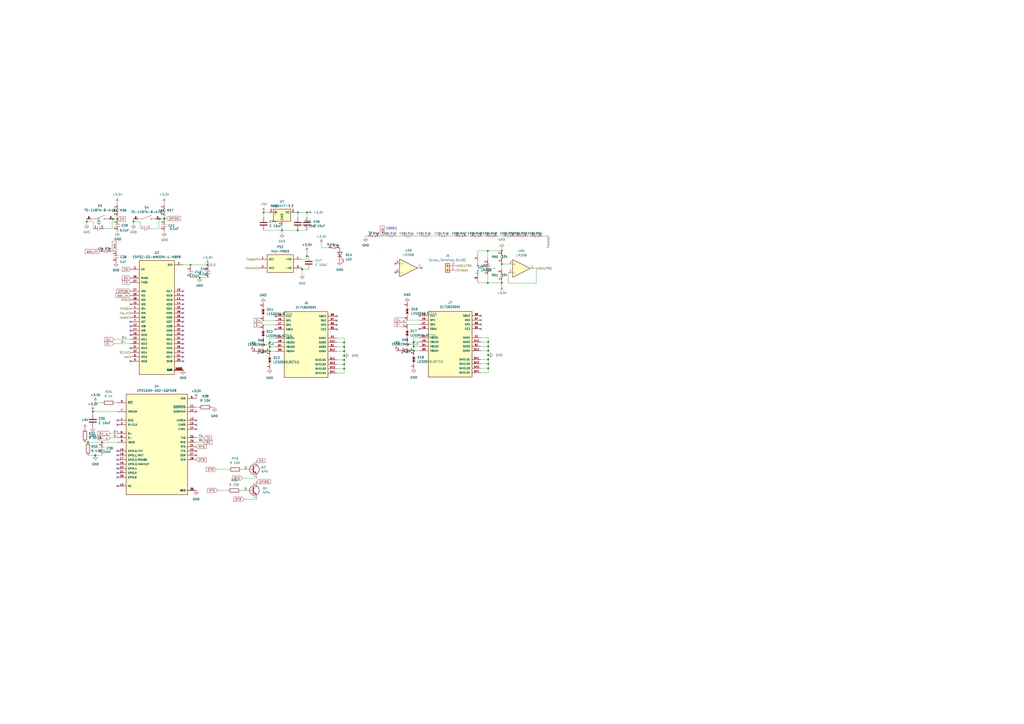
<source format=kicad_sch>
(kicad_sch (version 20230121) (generator eeschema)
  (paper "A2")
  (lib_symbols
    (symbol "1N5819HW-7-F:1N5819HW-7-F" (pin_names (offset 1.016))
      (property "Reference" "D" (at -5.08 2.54 0))
      (property "Value" "1N5819HW-7-F" (at -5.08 -3.81 0))
      (symbol "1N5819HW-7-F_0_0"
        (pin passive line (at -5.08 0 0) (length 2.54) (name "~") (number "A"))
        (pin passive line (at 5.08 0 180) (length 2.54) (name "~") (number "C"))
      )
    )
    (symbol "2171820001:2171820001" (pin_names (offset 1.016))
      (property "Reference" "J" (at -12.7 18.542 0))
      (property "Value" "2171820001" (at -12.7 -21.082 0))
      (symbol "2171820001_0_0"
        (pin power_in line (at 17.78 2.54 180) (length 5.08) (name "GND1") (number "A1"))
        (pin power_in line (at 17.78 0 180) (length 5.08) (name "GND2") (number "A12"))
        (pin power_in line (at -17.78 2.54 0) (length 5.08) (name "VBUS1") (number "A4"))
        (pin bidirectional line (at -17.78 15.24 0) (length 5.08) (name "CC1") (number "A5"))
        (pin bidirectional line (at -17.78 12.7 0) (length 5.08) (name "DP1") (number "A6"))
        (pin bidirectional line (at -17.78 10.16 0) (length 5.08) (name "DN1") (number "A7"))
        (pin bidirectional line (at -17.78 7.62 0) (length 5.08) (name "SBU1") (number "A8"))
        (pin power_in line (at -17.78 0 0) (length 5.08) (name "VBUS2") (number "A9"))
        (pin power_in line (at 17.78 -2.54 180) (length 5.08) (name "GND3") (number "B1"))
        (pin power_in line (at 17.78 -5.08 180) (length 5.08) (name "GND4") (number "B12"))
        (pin power_in line (at -17.78 -2.54 0) (length 5.08) (name "VBUS3") (number "B4"))
        (pin bidirectional line (at 17.78 7.62 180) (length 5.08) (name "CC2") (number "B5"))
        (pin bidirectional line (at 17.78 10.16 180) (length 5.08) (name "DP2") (number "B6"))
        (pin bidirectional line (at 17.78 12.7 180) (length 5.08) (name "DN2") (number "B7"))
        (pin bidirectional line (at 17.78 15.24 180) (length 5.08) (name "SBU2") (number "B8"))
        (pin power_in line (at -17.78 -5.08 0) (length 5.08) (name "VBUS4") (number "B9"))
        (pin passive line (at 17.78 -10.16 180) (length 5.08) (name "SHIELD1") (number "SH1"))
        (pin passive line (at 17.78 -12.7 180) (length 5.08) (name "SHIELD2") (number "SH2"))
        (pin passive line (at 17.78 -15.24 180) (length 5.08) (name "SHIELD3") (number "SH3"))
        (pin passive line (at 17.78 -17.78 180) (length 5.08) (name "SHIELD4") (number "SH4"))
      )
    )
    (symbol "Amplifier_Operational:LM358" (pin_names (offset 0.127))
      (property "Reference" "U" (at 0 5.08 0))
      (property "Value" "LM358" (at 0 -5.08 0))
      (symbol "LM358_1_1"
        (pin output line (at 7.62 0 180) (length 2.54) (name "~") (number "1"))
        (pin input line (at -7.62 -2.54 0) (length 2.54) (name "-") (number "2"))
        (pin input line (at -7.62 2.54 0) (length 2.54) (name "+") (number "3"))
      )
      (symbol "LM358_2_1"
        (pin input line (at -7.62 2.54 0) (length 2.54) (name "+") (number "5"))
        (pin input line (at -7.62 -2.54 0) (length 2.54) (name "-") (number "6"))
        (pin output line (at 7.62 0 180) (length 2.54) (name "~") (number "7"))
      )
      (symbol "LM358_3_1"
        (pin power_in line (at -2.54 -7.62 90) (length 3.81) (name "V-") (number "4"))
        (pin power_in line (at -2.54 7.62 270) (length 3.81) (name "V+") (number "8"))
      )
    )
    (symbol "CP2102N-A02-GQFN28:CP2102N-A02-GQFN28" (pin_names (offset 1.016))
      (property "Reference" "U" (at -17.78 33.02 0))
      (property "Value" "CP2102N-A02-GQFN28" (at -17.78 -33.02 0))
      (symbol "CP2102N-A02-GQFN28_0_0"
        (pin input line (at -22.86 15.24 0) (length 5.08) (name "DCD") (number "1"))
        (pin no_connect line (at -22.86 -22.86 0) (length 5.08) (name "NC") (number "10"))
        (pin output line (at 22.86 22.86 180) (length 5.08) (name "~{SUSPEND}") (number "11"))
        (pin output line (at 22.86 20.32 180) (length 5.08) (name "SUSPEND") (number "12"))
        (pin output line (at 22.86 15.24 180) (length 5.08) (name "CHREN") (number "13"))
        (pin output line (at 22.86 10.16 180) (length 5.08) (name "CHR1") (number "14"))
        (pin output line (at 22.86 12.7 180) (length 5.08) (name "CHR0") (number "15"))
        (pin bidirectional line (at -22.86 -10.16 0) (length 5.08) (name "GPIO.3/WAKEUP") (number "16"))
        (pin bidirectional line (at -22.86 -7.62 0) (length 5.08) (name "GPIO.2/RS485") (number "17"))
        (pin bidirectional line (at -22.86 -5.08 0) (length 5.08) (name "GPIO.1/RXT") (number "18"))
        (pin bidirectional line (at -22.86 -2.54 0) (length 5.08) (name "GPIO.0/TXT") (number "19"))
        (pin bidirectional line (at -22.86 12.7 0) (length 5.08) (name "RI/CLK") (number "2"))
        (pin bidirectional line (at -22.86 -17.78 0) (length 5.08) (name "GPIO.6") (number "20"))
        (pin bidirectional line (at -22.86 -15.24 0) (length 5.08) (name "GPIO.5") (number "21"))
        (pin bidirectional line (at -22.86 -12.7 0) (length 5.08) (name "GPIO.4") (number "22"))
        (pin input line (at 22.86 -2.54 180) (length 5.08) (name "CTS") (number "23"))
        (pin output line (at 22.86 0 180) (length 5.08) (name "RTS") (number "24"))
        (pin input line (at 22.86 2.54 180) (length 5.08) (name "RXD") (number "25"))
        (pin output line (at 22.86 5.08 180) (length 5.08) (name "TXD") (number "26"))
        (pin input line (at 22.86 -5.08 180) (length 5.08) (name "DSR") (number "27"))
        (pin output line (at 22.86 -7.62 180) (length 5.08) (name "DTR") (number "28"))
        (pin power_in line (at 22.86 -25.4 180) (length 5.08) (name "GND") (number "29"))
        (pin power_in line (at 22.86 -25.4 180) (length 5.08) (name "GND") (number "3"))
        (pin bidirectional line (at -22.86 7.62 0) (length 5.08) (name "D+") (number "4"))
        (pin bidirectional line (at -22.86 5.08 0) (length 5.08) (name "D-") (number "5"))
        (pin power_in line (at 22.86 27.94 180) (length 5.08) (name "VDD") (number "6"))
        (pin input line (at -22.86 20.32 0) (length 5.08) (name "VREGIN") (number "7"))
        (pin input line (at -22.86 2.54 0) (length 5.08) (name "VBUS") (number "8"))
        (pin input line (at -22.86 25.4 0) (length 5.08) (name "~{RST}") (number "9"))
      )
    )
    (symbol "Connector:Screw_Terminal_01x02" (pin_names (offset 1.016) hide)
      (property "Reference" "J" (at 0 2.54 0))
      (property "Value" "Screw_Terminal_01x02" (at 0 -5.08 0))
      (symbol "Screw_Terminal_01x02_1_1"
        (pin passive line (at -5.08 0 0) (length 3.81) (name "Pin_1") (number "1"))
        (pin passive line (at -5.08 -2.54 0) (length 3.81) (name "Pin_2") (number "2"))
      )
    )
    (symbol "Device:C" (pin_numbers hide) (pin_names (offset 0.254))
      (property "Reference" "C" (at 0.635 2.54 0))
      (property "Value" "C" (at 0.635 -2.54 0))
      (symbol "C_1_1"
        (pin passive line (at 0 3.81 270) (length 2.794) (name "~") (number "1"))
        (pin passive line (at 0 -3.81 90) (length 2.794) (name "~") (number "2"))
      )
    )
    (symbol "Device:LED" (pin_numbers hide) (pin_names (offset 1.016) hide)
      (property "Reference" "D" (at 0 2.54 0))
      (property "Value" "LED" (at 0 -2.54 0))
      (symbol "LED_1_1"
        (pin passive line (at -3.81 0 0) (length 2.54) (name "K") (number "1"))
        (pin passive line (at 3.81 0 180) (length 2.54) (name "A") (number "2"))
      )
    )
    (symbol "Device:R" (pin_numbers hide) (pin_names (offset 0))
      (property "Reference" "R" (at 2.032 0 90))
      (property "Value" "R" (at 0 0 90))
      (symbol "R_1_1"
        (pin passive line (at 0 3.81 270) (length 1.27) (name "~") (number "1"))
        (pin passive line (at 0 -3.81 90) (length 1.27) (name "~") (number "2"))
      )
    )
    (symbol "ESP32-S3-WROOM-1-N8R8:ESP32-S3-WROOM-1-N8R8" (pin_names (offset 1.016))
      (property "Reference" "U" (at -10.16 34.1122 0))
      (property "Value" "ESP32-S3-WROOM-1-N8R8" (at -10.16 -35.56 0))
      (symbol "ESP32-S3-WROOM-1-N8R8_0_0"
        (pin power_in line (at 15.24 -30.48 180) (length 5.08) (name "GND") (number "1"))
        (pin bidirectional line (at 15.24 15.24 180) (length 5.08) (name "IO17") (number "10"))
        (pin bidirectional line (at 15.24 12.7 180) (length 5.08) (name "IO18") (number "11"))
        (pin bidirectional line (at -15.24 -5.08 0) (length 5.08) (name "IO8") (number "12"))
        (pin bidirectional line (at 15.24 10.16 180) (length 5.08) (name "IO19") (number "13"))
        (pin bidirectional line (at 15.24 7.62 180) (length 5.08) (name "IO20") (number "14"))
        (pin bidirectional line (at -15.24 7.62 0) (length 5.08) (name "IO3") (number "15"))
        (pin bidirectional line (at 15.24 -20.32 180) (length 5.08) (name "IO46") (number "16"))
        (pin bidirectional line (at -15.24 -7.62 0) (length 5.08) (name "IO9") (number "17"))
        (pin bidirectional line (at -15.24 -10.16 0) (length 5.08) (name "IO10") (number "18"))
        (pin bidirectional line (at -15.24 -12.7 0) (length 5.08) (name "IO11") (number "19"))
        (pin power_in line (at 15.24 30.48 180) (length 5.08) (name "3V3") (number "2"))
        (pin bidirectional line (at -15.24 -15.24 0) (length 5.08) (name "IO12") (number "20"))
        (pin bidirectional line (at -15.24 -17.78 0) (length 5.08) (name "IO13") (number "21"))
        (pin bidirectional line (at -15.24 -20.32 0) (length 5.08) (name "IO14") (number "22"))
        (pin bidirectional line (at 15.24 5.08 180) (length 5.08) (name "IO21") (number "23"))
        (pin bidirectional line (at 15.24 -22.86 180) (length 5.08) (name "IO47") (number "24"))
        (pin bidirectional line (at 15.24 -25.4 180) (length 5.08) (name "IO48") (number "25"))
        (pin bidirectional line (at 15.24 -17.78 180) (length 5.08) (name "IO45") (number "26"))
        (pin bidirectional line (at -15.24 15.24 0) (length 5.08) (name "IO0") (number "27"))
        (pin bidirectional line (at 15.24 2.54 180) (length 5.08) (name "IO35") (number "28"))
        (pin bidirectional line (at 15.24 0 180) (length 5.08) (name "IO36") (number "29"))
        (pin input line (at -15.24 27.94 0) (length 5.08) (name "EN") (number "3"))
        (pin bidirectional line (at 15.24 -2.54 180) (length 5.08) (name "IO37") (number "30"))
        (pin bidirectional line (at 15.24 -5.08 180) (length 5.08) (name "IO38") (number "31"))
        (pin bidirectional line (at 15.24 -7.62 180) (length 5.08) (name "IO39") (number "32"))
        (pin bidirectional line (at 15.24 -10.16 180) (length 5.08) (name "IO40") (number "33"))
        (pin bidirectional line (at 15.24 -12.7 180) (length 5.08) (name "IO41") (number "34"))
        (pin bidirectional line (at 15.24 -15.24 180) (length 5.08) (name "IO42") (number "35"))
        (pin bidirectional line (at -15.24 22.86 0) (length 5.08) (name "RXD0") (number "36"))
        (pin bidirectional line (at -15.24 20.32 0) (length 5.08) (name "TXD0") (number "37"))
        (pin bidirectional line (at -15.24 10.16 0) (length 5.08) (name "IO2") (number "38"))
        (pin bidirectional line (at -15.24 12.7 0) (length 5.08) (name "IO1") (number "39"))
        (pin bidirectional line (at -15.24 5.08 0) (length 5.08) (name "IO4") (number "4"))
        (pin power_in line (at 15.24 -30.48 180) (length 5.08) (name "GND") (number "40"))
        (pin power_in line (at 15.24 -30.48 180) (length 5.08) (name "GND") (number "41_1"))
        (pin power_in line (at 15.24 -30.48 180) (length 5.08) (name "GND") (number "41_2"))
        (pin power_in line (at 15.24 -30.48 180) (length 5.08) (name "GND") (number "41_3"))
        (pin power_in line (at 15.24 -30.48 180) (length 5.08) (name "GND") (number "41_4"))
        (pin power_in line (at 15.24 -30.48 180) (length 5.08) (name "GND") (number "41_5"))
        (pin power_in line (at 15.24 -30.48 180) (length 5.08) (name "GND") (number "41_6"))
        (pin power_in line (at 15.24 -30.48 180) (length 5.08) (name "GND") (number "41_7"))
        (pin power_in line (at 15.24 -30.48 180) (length 5.08) (name "GND") (number "41_8"))
        (pin power_in line (at 15.24 -30.48 180) (length 5.08) (name "GND") (number "41_9"))
        (pin bidirectional line (at -15.24 2.54 0) (length 5.08) (name "IO5") (number "5"))
        (pin bidirectional line (at -15.24 0 0) (length 5.08) (name "IO6") (number "6"))
        (pin bidirectional line (at -15.24 -2.54 0) (length 5.08) (name "IO7") (number "7"))
        (pin bidirectional line (at -15.24 -22.86 0) (length 5.08) (name "IO15") (number "8"))
        (pin bidirectional line (at -15.24 -25.4 0) (length 5.08) (name "IO16") (number "9"))
      )
    )
    (symbol "HLK-PM03:HLK-PM03" (pin_names (offset 1.016))
      (property "Reference" "PS" (at -7.62 5.588 0))
      (property "Value" "HLK-PM03" (at -7.62 -7.112 0))
      (symbol "HLK-PM03_0_0"
        (pin input line (at -12.7 2.54 0) (length 5.08) (name "AC1") (number "1"))
        (pin input line (at -12.7 -2.54 0) (length 5.08) (name "AC2") (number "2"))
        (pin output line (at 12.7 -2.54 180) (length 5.08) (name "-VO") (number "3"))
        (pin output line (at 12.7 2.54 180) (length 5.08) (name "+VO") (number "4"))
      )
    )
    (symbol "Interface_Ethernet:Capacitor_Ceramico"
      (property "Reference" "C" (at 0 0 0))
      (symbol "Capacitor_Ceramico_1_1"
        (pin input line (at 2.794 3.302 270) (length 2.54) (name "") (number "1"))
        (pin input line (at 2.794 -3.048 90) (length 2.54) (name "") (number "2"))
      )
    )
    (symbol "LESD5D5.0CT1G:LESD5D5.0CT1G" (pin_names (offset 1.016))
      (property "Reference" "D" (at -5.08 2.54 0))
      (property "Value" "LESD5D5.0CT1G" (at -5.08 -5.08 0))
      (symbol "LESD5D5.0CT1G_0_0"
        (pin passive line (at -5.08 0 0) (length 2.54) (name "~") (number "1"))
        (pin passive line (at 5.08 0 180) (length 2.54) (name "~") (number "2"))
      )
    )
    (symbol "New_Library:Diodos_de_los_supresores/TVS_del_ESD_DE_3.3V"
      (property "Reference" "U" (at -3.81 -1.27 0))
      (symbol "Diodos_de_los_supresores/TVS_del_ESD_DE_3.3V_1_1"
        (pin input line (at 0 2.54 270) (length 2.54) (name "") (number "1"))
        (pin input line (at 0 -6.35 90) (length 2.54) (name "") (number "2"))
      )
    )
    (symbol "New_Library_0:R"
      (property "Reference" "R" (at 0 0 0))
      (symbol "R_1_1"
        (pin input line (at 1.524 3.556 270) (length 2.54) (name "") (number "1"))
        (pin input line (at 1.524 -3.302 90) (length 2.54) (name "") (number "2"))
      )
    )
    (symbol "Regulator_Linear:AMS1117-3.3"
      (property "Reference" "U" (at -3.81 3.175 0))
      (property "Value" "AMS1117-3.3" (at 0 3.175 0))
      (symbol "AMS1117-3.3_1_1"
        (pin power_in line (at 0 -7.62 90) (length 2.54) (name "GND") (number "1"))
        (pin power_out line (at 7.62 0 180) (length 2.54) (name "VO") (number "2"))
        (pin power_in line (at -7.62 0 0) (length 2.54) (name "VI") (number "3"))
      )
    )
    (symbol "Simulation_SPICE:NPN" (pin_numbers hide) (pin_names (offset 0))
      (property "Reference" "Q" (at -2.54 7.62 0))
      (property "Value" "NPN" (at -2.54 5.08 0))
      (symbol "NPN_1_1"
        (pin open_collector line (at 2.54 5.08 270) (length 2.54) (name "C") (number "1"))
        (pin input line (at -5.08 0 0) (length 2.54) (name "B") (number "2"))
        (pin open_emitter line (at 2.54 -5.08 90) (length 2.54) (name "E") (number "3"))
      )
    )
    (symbol "TS-1187A-B-A-B:TS-1187A-B-A-B" (pin_names (offset 1.016))
      (property "Reference" "S" (at -2.54 2.54 0))
      (property "Value" "TS-1187A-B-A-B" (at -2.54 -2.54 0))
      (symbol "TS-1187A-B-A-B_0_0"
        (pin passive line (at -7.62 0 0) (length 2.54) (name "~") (number "A"))
        (pin passive line (at -7.62 0 0) (length 2.54) (name "~") (number "B"))
        (pin passive line (at 7.62 0 180) (length 2.54) (name "~") (number "C"))
        (pin passive line (at 7.62 0 180) (length 2.54) (name "~") (number "D"))
      )
    )
    (symbol "power:+3.3V" (power) (pin_names (offset 0))
      (property "Value" "+3.3V" (at 0 3.556 0))
      (symbol "+3.3V_1_1"
        (pin power_in line (at 0 0 90) (length 0) hide (name "+3.3V") (number "1"))
      )
    )
    (symbol "power:+5V" (power) (pin_names (offset 0))
      (property "Value" "+5V" (at 0 3.556 0))
      (symbol "+5V_1_1"
        (pin power_in line (at 0 0 90) (length 0) hide (name "+5V") (number "1"))
      )
    )
    (symbol "power:GND" (power) (pin_names (offset 0))
      (property "Value" "GND" (at 0 -3.81 0))
      (symbol "GND_1_1"
        (pin power_in line (at 0 0 270) (length 0) hide (name "GND") (number "1"))
      )
    )
  )
  (junction (at 291.084 164.084))
  (junction (at 240.03 203.454))
  (junction (at 92.71 127))
  (junction (at 282.956 145.542))
  (junction (at 175.26 156.21))
  (junction (at 50.292 128.524))
  (junction (at 291.084 153.162))
  (junction (at 172.72 123.19))
  (junction (at 283.21 208.534))
  (junction (at 59.182 256.54))
  (junction (at 120.396 153.67))
  (junction (at 156.464 198.628))
  (junction (at 95.25 126.746))
  (junction (at 172.72 133.604))
  (junction (at 55.372 264.16))
  (junction (at 163.576 133.604))
  (junction (at 283.21 203.454))
  (junction (at 283.21 205.994))
  (junction (at 283.21 211.074))
  (junction (at 51.054 256.54))
  (junction (at 77.47 128.524))
  (junction (at 156.464 203.708))
  (junction (at 152.908 123.19))
  (junction (at 53.848 238.76))
  (junction (at 199.644 198.628))
  (junction (at 283.21 200.914))
  (junction (at 199.644 211.328))
  (junction (at 55.118 264.16))
  (junction (at 282.956 164.084))
  (junction (at 178.054 123.19))
  (junction (at 199.644 201.168))
  (junction (at 156.464 201.168))
  (junction (at 199.644 203.708))
  (junction (at 283.21 213.614))
  (junction (at 283.21 198.374))
  (junction (at 95.25 127))
  (junction (at 110.49 153.67))
  (junction (at 68.072 127))
  (junction (at 199.644 208.788))
  (junction (at 240.03 198.374))
  (junction (at 199.644 213.868))
  (junction (at 115.824 161.036))
  (junction (at 291.084 145.542))
  (junction (at 65.532 127))
  (junction (at 178.054 148.59))
  (junction (at 199.644 206.248))
  (junction (at 240.03 200.914))
  (no_connect (at 106.172 189.23))
  (no_connect (at 106.172 173.99))
  (no_connect (at 75.692 191.77))
  (no_connect (at 68.072 261.62))
  (no_connect (at 106.172 196.85))
  (no_connect (at 106.172 194.31))
  (no_connect (at 195.326 183.388))
  (no_connect (at 113.792 238.76))
  (no_connect (at 195.326 188.468))
  (no_connect (at 75.692 176.53))
  (no_connect (at 229.362 157.988))
  (no_connect (at 159.766 191.008))
  (no_connect (at 113.792 248.92))
  (no_connect (at 75.692 201.93))
  (no_connect (at 243.332 183.134))
  (no_connect (at 75.692 189.23))
  (no_connect (at 195.326 185.928))
  (no_connect (at 278.892 183.134))
  (no_connect (at 106.172 176.53))
  (no_connect (at 106.172 186.69))
  (no_connect (at 106.172 191.77))
  (no_connect (at 113.792 261.62))
  (no_connect (at 106.172 207.01))
  (no_connect (at 278.892 188.214))
  (no_connect (at 106.172 168.91))
  (no_connect (at 244.602 155.448))
  (no_connect (at 106.172 199.39))
  (no_connect (at 106.172 201.93))
  (no_connect (at 68.072 274.32))
  (no_connect (at 68.072 266.7))
  (no_connect (at 229.362 152.908))
  (no_connect (at 68.072 246.38))
  (no_connect (at 68.072 243.84))
  (no_connect (at 106.172 179.07))
  (no_connect (at 159.766 183.388))
  (no_connect (at 75.692 209.55))
  (no_connect (at 106.172 204.47))
  (no_connect (at 68.072 264.16))
  (no_connect (at 278.892 190.754))
  (no_connect (at 113.792 243.84))
  (no_connect (at 113.792 264.16))
  (no_connect (at 278.892 185.674))
  (no_connect (at 68.072 271.78))
  (no_connect (at 243.332 190.754))
  (no_connect (at 68.072 276.86))
  (no_connect (at 106.172 171.45))
  (no_connect (at 113.792 246.38))
  (no_connect (at 68.072 269.24))
  (no_connect (at 75.692 194.31))
  (no_connect (at 75.692 186.69))
  (no_connect (at 106.172 181.61))
  (no_connect (at 195.326 191.008))
  (no_connect (at 106.172 184.15))
  (no_connect (at 106.172 209.55))
  (wire (pts (xy 59.182 264.16) (xy 55.372 264.16)))
  (wire (pts (xy 243.332 195.834) (xy 240.03 195.834)))
  (wire (pts (xy 291.084 145.542) (xy 282.956 145.542)))
  (wire (pts (xy 59.182 256.54) (xy 68.072 256.54)))
  (wire (pts (xy 195.326 216.408) (xy 199.644 216.408)))
  (wire (pts (xy 115.824 161.036) (xy 120.65 161.036)))
  (wire (pts (xy 178.054 148.59) (xy 179.07 148.59)))
  (wire (pts (xy 53.848 238.76) (xy 53.848 240.284)))
  (wire (pts (xy 77.47 128.524) (xy 77.47 130.048)))
  (wire (pts (xy 195.326 208.788) (xy 199.644 208.788)))
  (wire (pts (xy 291.084 164.084) (xy 291.084 163.068)))
  (wire (pts (xy 260.604 136.906) (xy 263.906 136.906)))
  (wire (pts (xy 277.114 147.828) (xy 277.114 145.542)))
  (wire (pts (xy 65.024 132.588) (xy 60.452 132.588)))
  (wire (pts (xy 278.892 213.614) (xy 283.21 213.614)))
  (wire (pts (xy 92.202 132.588) (xy 87.63 132.588)))
  (wire (pts (xy 95.25 134.62) (xy 95.25 133.858)))
  (wire (pts (xy 240.284 136.906) (xy 243.332 136.906)))
  (wire (pts (xy 240.03 198.374) (xy 240.03 200.914)))
  (wire (pts (xy 283.21 203.454) (xy 283.21 205.994)))
  (wire (pts (xy 178.054 123.19) (xy 172.72 123.19)))
  (wire (pts (xy 277.114 163.068) (xy 277.114 164.084)))
  (wire (pts (xy 277.114 145.542) (xy 282.956 145.542)))
  (wire (pts (xy 220.218 136.906) (xy 223.266 136.906)))
  (wire (pts (xy 199.644 206.248) (xy 199.644 208.788)))
  (wire (pts (xy 68.072 134.62) (xy 68.072 133.858)))
  (wire (pts (xy 156.464 196.088) (xy 156.464 198.628)))
  (wire (pts (xy 81.28 132.588) (xy 81.28 128.524)))
  (wire (pts (xy 195.326 203.708) (xy 199.644 203.708)))
  (wire (pts (xy 81.28 128.524) (xy 77.47 128.524)))
  (wire (pts (xy 240.03 203.454) (xy 243.332 203.454)))
  (wire (pts (xy 68.072 125.476) (xy 68.072 127)))
  (wire (pts (xy 50.292 128.524) (xy 50.292 130.048)))
  (wire (pts (xy 278.892 203.454) (xy 283.21 203.454)))
  (wire (pts (xy 59.182 233.68) (xy 55.372 233.68)))
  (wire (pts (xy 163.576 133.604) (xy 172.72 133.604)))
  (wire (pts (xy 288.544 136.906) (xy 291.846 136.906)))
  (wire (pts (xy 55.372 264.414) (xy 55.372 264.16)))
  (wire (pts (xy 141.478 289.56) (xy 148.844 289.56)))
  (wire (pts (xy 55.118 264.16) (xy 55.372 264.16)))
  (wire (pts (xy 172.72 123.19) (xy 172.72 125.984)))
  (wire (pts (xy 195.326 213.868) (xy 199.644 213.868)))
  (wire (pts (xy 92.202 127) (xy 92.202 132.588)))
  (wire (pts (xy 155.956 123.19) (xy 152.908 123.19)))
  (wire (pts (xy 152.908 133.604) (xy 163.576 133.604)))
  (wire (pts (xy 298.704 136.906) (xy 299.212 136.906)))
  (wire (pts (xy 95.25 126.746) (xy 95.25 127)))
  (wire (pts (xy 59.182 256.54) (xy 51.054 256.54)))
  (wire (pts (xy 54.102 132.588) (xy 54.102 128.524)))
  (wire (pts (xy 311.15 155.702) (xy 311.15 164.338)))
  (wire (pts (xy 283.21 205.994) (xy 283.21 208.534)))
  (wire (pts (xy 110.49 153.67) (xy 110.49 154.686)))
  (wire (pts (xy 278.892 216.154) (xy 283.21 216.154)))
  (wire (pts (xy 278.892 195.834) (xy 283.21 195.834)))
  (wire (pts (xy 240.03 200.914) (xy 243.332 200.914)))
  (wire (pts (xy 306.07 136.906) (xy 307.848 136.906)))
  (wire (pts (xy 230.124 136.906) (xy 233.426 136.906)))
  (wire (pts (xy 68.072 127) (xy 68.072 127.508)))
  (wire (pts (xy 291.084 153.162) (xy 294.894 153.162)))
  (wire (pts (xy 68.072 117.856) (xy 68.072 118.618)))
  (wire (pts (xy 152.654 188.468) (xy 159.766 188.468)))
  (wire (pts (xy 294.894 164.338) (xy 311.15 164.338)))
  (wire (pts (xy 59.182 256.54) (xy 59.182 256.794)))
  (wire (pts (xy 279.908 136.906) (xy 281.686 136.906)))
  (wire (pts (xy 68.072 233.68) (xy 66.802 233.68)))
  (wire (pts (xy 195.326 211.328) (xy 199.644 211.328)))
  (wire (pts (xy 277.114 164.084) (xy 282.956 164.084)))
  (wire (pts (xy 126.238 284.48) (xy 132.08 284.48)))
  (wire (pts (xy 113.792 236.22) (xy 115.316 236.22)))
  (wire (pts (xy 77.47 127) (xy 77.47 128.524)))
  (wire (pts (xy 294.894 158.242) (xy 294.894 164.338)))
  (wire (pts (xy 283.21 200.914) (xy 283.21 203.454)))
  (wire (pts (xy 178.054 150.368) (xy 175.26 150.368)))
  (wire (pts (xy 212.09 137.668) (xy 212.09 136.906)))
  (wire (pts (xy 199.644 196.088) (xy 199.644 198.628)))
  (wire (pts (xy 283.21 198.374) (xy 283.21 200.914)))
  (wire (pts (xy 283.21 211.074) (xy 283.21 213.614)))
  (wire (pts (xy 278.892 208.534) (xy 283.21 208.534)))
  (wire (pts (xy 236.22 188.214) (xy 243.332 188.214)))
  (wire (pts (xy 178.054 146.304) (xy 178.054 148.59)))
  (wire (pts (xy 65.024 127) (xy 65.532 127)))
  (wire (pts (xy 50.292 127) (xy 50.292 128.524)))
  (wire (pts (xy 199.644 213.868) (xy 199.644 216.408)))
  (wire (pts (xy 195.326 196.088) (xy 199.644 196.088)))
  (wire (pts (xy 199.644 198.628) (xy 199.644 201.168)))
  (wire (pts (xy 283.21 208.534) (xy 283.21 211.074)))
  (wire (pts (xy 49.276 256.54) (xy 51.054 256.54)))
  (wire (pts (xy 178.054 148.59) (xy 178.054 150.368)))
  (wire (pts (xy 66.04 196.85) (xy 75.692 196.85)))
  (wire (pts (xy 171.196 123.19) (xy 172.72 123.19)))
  (wire (pts (xy 64.008 254) (xy 68.072 254)))
  (wire (pts (xy 140.208 272.288) (xy 141.224 272.288)))
  (wire (pts (xy 186.436 141.478) (xy 186.436 143.764)))
  (wire (pts (xy 175.26 156.21) (xy 175.26 155.448)))
  (wire (pts (xy 152.908 123.19) (xy 152.908 125.984)))
  (wire (pts (xy 199.644 208.788) (xy 199.644 211.328)))
  (wire (pts (xy 92.71 127) (xy 95.25 127)))
  (wire (pts (xy 95.25 117.856) (xy 95.25 118.618)))
  (wire (pts (xy 250.19 136.906) (xy 253.746 136.906)))
  (wire (pts (xy 110.49 153.67) (xy 120.396 153.67)))
  (wire (pts (xy 118.11 256.54) (xy 113.792 256.54)))
  (wire (pts (xy 55.118 264.16) (xy 55.118 264.414)))
  (wire (pts (xy 65.532 127) (xy 68.072 127)))
  (wire (pts (xy 110.49 161.036) (xy 115.824 161.036)))
  (wire (pts (xy 172.72 133.604) (xy 178.054 133.604)))
  (wire (pts (xy 311.15 155.702) (xy 310.134 155.702)))
  (wire (pts (xy 66.04 199.39) (xy 75.692 199.39)))
  (wire (pts (xy 120.65 154.686) (xy 120.65 153.67)))
  (wire (pts (xy 199.644 211.328) (xy 199.644 213.868)))
  (wire (pts (xy 152.654 185.928) (xy 159.766 185.928)))
  (wire (pts (xy 195.326 201.168) (xy 199.644 201.168)))
  (wire (pts (xy 55.118 264.414) (xy 55.372 264.414)))
  (wire (pts (xy 51.054 264.16) (xy 55.118 264.16)))
  (wire (pts (xy 95.25 127) (xy 95.25 127.508)))
  (wire (pts (xy 291.084 165.608) (xy 291.084 164.084)))
  (wire (pts (xy 163.576 133.604) (xy 163.576 135.382)))
  (wire (pts (xy 96.52 126.746) (xy 95.25 126.746)))
  (wire (pts (xy 156.464 198.628) (xy 159.766 198.628)))
  (wire (pts (xy 156.464 201.168) (xy 159.766 201.168)))
  (wire (pts (xy 291.084 144.018) (xy 291.084 145.542)))
  (wire (pts (xy 125.476 272.288) (xy 132.588 272.288)))
  (wire (pts (xy 140.716 277.368) (xy 148.844 277.368)))
  (wire (pts (xy 92.202 127) (xy 92.71 127)))
  (wire (pts (xy 118.11 254) (xy 113.792 254)))
  (wire (pts (xy 186.436 143.764) (xy 190.246 143.764)))
  (wire (pts (xy 199.644 201.168) (xy 199.644 203.708)))
  (wire (pts (xy 163.576 130.81) (xy 163.576 133.604)))
  (wire (pts (xy 291.084 153.162) (xy 291.084 152.4)))
  (wire (pts (xy 199.644 203.708) (xy 199.644 206.248)))
  (wire (pts (xy 240.03 195.834) (xy 240.03 198.374)))
  (wire (pts (xy 64.77 145.796) (xy 67.31 145.796)))
  (wire (pts (xy 106.172 153.67) (xy 110.49 153.67)))
  (wire (pts (xy 122.936 236.22) (xy 124.46 236.22)))
  (wire (pts (xy 64.008 251.46) (xy 68.072 251.46)))
  (wire (pts (xy 156.464 198.628) (xy 156.464 201.168)))
  (wire (pts (xy 283.21 195.834) (xy 283.21 198.374)))
  (wire (pts (xy 59.182 263.144) (xy 59.182 264.16)))
  (wire (pts (xy 55.372 233.68) (xy 55.372 233.426)))
  (wire (pts (xy 236.22 185.674) (xy 243.332 185.674)))
  (wire (pts (xy 54.102 128.524) (xy 50.292 128.524)))
  (wire (pts (xy 240.03 200.914) (xy 240.03 203.454)))
  (wire (pts (xy 120.396 153.67) (xy 120.65 153.67)))
  (wire (pts (xy 283.21 213.614) (xy 283.21 216.154)))
  (wire (pts (xy 65.024 127) (xy 65.024 132.588)))
  (wire (pts (xy 68.072 238.76) (xy 53.848 238.76)))
  (wire (pts (xy 278.892 198.374) (xy 283.21 198.374)))
  (wire (pts (xy 282.956 159.512) (xy 282.956 164.084)))
  (wire (pts (xy 314.706 136.906) (xy 318.008 136.906)))
  (wire (pts (xy 282.956 145.542) (xy 282.956 150.622)))
  (wire (pts (xy 139.7 284.48) (xy 141.224 284.48)))
  (wire (pts (xy 178.054 125.984) (xy 178.054 123.19)))
  (wire (pts (xy 278.892 211.074) (xy 283.21 211.074)))
  (wire (pts (xy 270.764 136.906) (xy 273.05 136.906)))
  (wire (pts (xy 159.766 196.088) (xy 156.464 196.088)))
  (wire (pts (xy 282.956 164.084) (xy 291.084 164.084)))
  (wire (pts (xy 195.326 198.628) (xy 199.644 198.628)))
  (wire (pts (xy 291.084 156.21) (xy 291.084 153.162)))
  (wire (pts (xy 156.464 201.168) (xy 156.464 203.708)))
  (wire (pts (xy 240.03 198.374) (xy 243.332 198.374)))
  (wire (pts (xy 95.25 125.476) (xy 95.25 126.746)))
  (wire (pts (xy 175.26 156.21) (xy 179.07 156.21)))
  (wire (pts (xy 212.09 136.906) (xy 213.36 136.906)))
  (wire (pts (xy 175.26 159.258) (xy 175.26 156.21)))
  (wire (pts (xy 156.464 203.708) (xy 159.766 203.708)))
  (wire (pts (xy 278.892 200.914) (xy 283.21 200.914)))
  (text "1000:1\n" (at 223.774 133.35 0) (effects (font (size 1.27 1.27)) (justify left bottom)))
  (label "D+ u" (at 65.786 251.46 0))
  (label "D- u" (at 65.786 254 0))
  (label "D+" (at 70.612 196.85 0))
  (label "D-" (at 70.104 199.39 0))
  (label "RX" (at 115.316 256.54 0))
  (label "TX" (at 115.316 254 0))
  (global_label "DTR" (shape input) (at 125.476 272.288 180) (property "Intersheetrefs" "${INTERSHEET_REFS}" (effects hide)))
  (global_label "D-" (shape input) (at 66.04 199.39 180) (property "Intersheetrefs" "${INTERSHEET_REFS}" (effects hide)))
  (global_label "RX" (shape input) (at 118.11 256.54 0) (property "Intersheetrefs" "${INTERSHEET_REFS}" (effects hide)))
  (global_label "GPIO0" (shape input) (at 75.692 168.91 180) (property "Intersheetrefs" "${INTERSHEET_REFS}" (effects hide)))
  (global_label "D+" (shape input) (at 66.04 196.85 180) (property "Intersheetrefs" "${INTERSHEET_REFS}" (effects hide)))
  (global_label "GPIO0" (shape input) (at 96.52 126.746 0) (property "Intersheetrefs" "${INTERSHEET_REFS}" (effects hide)))
  (global_label "GPIO0" (shape input) (at 148.844 279.4 0) (property "Intersheetrefs" "${INTERSHEET_REFS}" (effects hide)))
  (global_label "D-" (shape input) (at 152.654 188.468 180) (property "Intersheetrefs" "${INTERSHEET_REFS}" (effects hide)))
  (global_label "adc" (shape input) (at 221.742 136.906 90) (property "Intersheetrefs" "${INTERSHEET_REFS}" (effects hide)))
  (global_label "D- u" (shape input) (at 236.22 188.214 180) (property "Intersheetrefs" "${INTERSHEET_REFS}" (effects hide)))
  (global_label "TX" (shape input) (at 118.11 254 0) (property "Intersheetrefs" "${INTERSHEET_REFS}" (effects hide)))
  (global_label "TX" (shape input) (at 75.692 163.83 180) (property "Intersheetrefs" "${INTERSHEET_REFS}" (effects hide)))
  (global_label "adc_in" (shape input) (at 57.912 145.796 180) (property "Intersheetrefs" "${INTERSHEET_REFS}" (effects hide)))
  (global_label "D+" (shape input) (at 152.654 185.928 180) (property "Intersheetrefs" "${INTERSHEET_REFS}" (effects hide)))
  (global_label "D+ u" (shape input) (at 64.008 251.46 180) (property "Intersheetrefs" "${INTERSHEET_REFS}" (effects hide)))
  (global_label "adc" (shape input) (at 66.294 145.796 90) (property "Intersheetrefs" "${INTERSHEET_REFS}" (effects hide)))
  (global_label "D- u" (shape input) (at 64.008 254 180) (property "Intersheetrefs" "${INTERSHEET_REFS}" (effects hide)))
  (global_label "DTR" (shape input) (at 141.478 289.56 180) (property "Intersheetrefs" "${INTERSHEET_REFS}" (effects hide)))
  (global_label "RX" (shape input) (at 75.692 161.29 180) (property "Intersheetrefs" "${INTERSHEET_REFS}" (effects hide)))
  (global_label "RTS" (shape input) (at 140.716 277.368 180) (property "Intersheetrefs" "${INTERSHEET_REFS}" (effects hide)))
  (global_label "EN" (shape input) (at 68.072 127 0) (property "Intersheetrefs" "${INTERSHEET_REFS}" (effects hide)))
  (global_label "D+ u" (shape input) (at 236.22 185.674 180) (property "Intersheetrefs" "${INTERSHEET_REFS}" (effects hide)))
  (global_label "RTS" (shape input) (at 126.238 284.48 180) (property "Intersheetrefs" "${INTERSHEET_REFS}" (effects hide)))
  (global_label "EN" (shape input) (at 75.692 156.21 180) (property "Intersheetrefs" "${INTERSHEET_REFS}" (effects hide)))
  (global_label "RTS" (shape input) (at 113.792 259.08 0) (property "Intersheetrefs" "${INTERSHEET_REFS}" (effects hide)))
  (global_label "adc_in" (shape input) (at 75.692 171.45 180) (property "Intersheetrefs" "${INTERSHEET_REFS}" (effects hide)))
  (global_label "DTR" (shape input) (at 113.792 266.7 0) (property "Intersheetrefs" "${INTERSHEET_REFS}" (effects hide)))
  (global_label "EN" (shape input) (at 148.844 267.208 0) (property "Intersheetrefs" "${INTERSHEET_REFS}" (effects hide)))
  (hierarchical_label "irq_n" (shape input) (at 75.692 181.61 180))
  (hierarchical_label "SCLK" (shape input) (at 75.692 204.47 180))
  (hierarchical_label "Fases" (shape input) (at 264.668 156.718 0))
  (hierarchical_label "MIS0" (shape input) (at 75.692 179.07 180))
  (hierarchical_label "MISI" (shape input) (at 75.692 173.99 180))
  (hierarchical_label "ss" (shape input) (at 75.692 207.01 180))
  (hierarchical_label "3.3" (shape input) (at 120.396 153.67 0))
  (hierarchical_label "NEUTRO" (shape input) (at 264.668 154.178 0))
  (hierarchical_label "Fases" (shape input) (at 149.86 150.368 180))
  (hierarchical_label "Fases" (shape input) (at 318.008 136.906 270))
  (hierarchical_label "neutro" (shape input) (at 149.86 155.448 180))
  (hierarchical_label "NEUTRO" (shape input) (at 311.15 155.702 0))
  (hierarchical_label "reset" (shape input) (at 75.692 184.15 180))
  (symbol (lib_id "New_Library_0:R") (at 257.048 135.382 270) (unit 1)
    (property "Reference" "R46" (at 258.572 135.382 90))
    (property "Value" "100k" (at 254.254 135.382 90))
    (property "Footprint" "Resistor_SMD:R_0805_2012Metric" (effects hide))
    (property "LCSC" "C149504" (effects hide))
  )
  (symbol (lib_id "New_Library_0:R") (at 292.608 148.844 180) (unit 1)
    (property "Reference" "R50" (at 289.052 148.971 0) (effects (justify left)))
    (property "Value" "10k" (at 292.608 148.844 0))
    (property "Footprint" "Resistor_SMD:R_0805_2012Metric" (effects hide))
    (property "LCSC" "C17414" (effects hide))
  )
  (symbol (lib_id "Interface_Ethernet:Capacitor_Ceramico") (at 107.696 157.988 0) (unit 1)
    (property "Reference" "C42" (at 113.03 157.8737 0) (effects (justify left)))
    (property "Value" "22uF" (at 113.284 160.02 0))
    (property "Footprint" "Capacitor_SMD:C_0805_2012Metric" (effects hide))
    (property "LCSC" "C45783" (effects hide))
  )
  (symbol (lib_id "New_Library_0:R") (at 61.214 144.272 270) (unit 1)
    (property "Reference" "R34" (at 62.738 144.272 90))
    (property "Value" "10k" (at 58.42 144.272 90))
    (property "Footprint" "Resistor_SMD:R_0805_2012Metric" (effects hide))
    (property "LCSC" "C17414" (effects hide))
  )
  (symbol (lib_id "power:+3.3V") (at 120.396 153.67 0) (unit 1)
    (property "Reference" "#PWR068" (effects hide))
    (property "Value" "+3.3V" (at 120.396 149.352 0))
  )
  (symbol (lib_id "power:GND") (at 152.654 175.768 180) (unit 1)
    (property "Reference" "#PWR071" (effects hide))
    (property "Value" "GND" (at 152.654 171.196 0))
  )
  (symbol (lib_id "2171820001:2171820001") (at 261.112 198.374 0) (unit 1)
    (property "Reference" "J7" (at 261.112 175.514 0))
    (property "Value" "2171820001" (at 261.112 178.054 0))
    (property "Footprint" "huella y simbolos:MOLEX_2171820001" (effects hide))
    (property "LCSC" "C3197815" (effects hide))
  )
  (symbol (lib_id "Device:R") (at 136.398 272.288 90) (unit 1)
    (property "Reference" "R40" (at 136.398 265.938 90))
    (property "Value" "R 10K" (at 136.398 268.478 90))
    (property "Footprint" "Resistor_SMD:R_0805_2012Metric" (effects hide))
    (property "LCSC" "C17414" (effects hide))
  )
  (symbol (lib_id "LESD5D5.0CT1G:LESD5D5.0CT1G") (at 240.03 208.534 90) (unit 1)
    (property "Reference" "D18" (at 242.062 207.264 90) (effects (justify right)))
    (property "Value" "LESD5D5.0CT1G" (at 242.062 209.804 90) (effects (justify right)))
    (property "Footprint" "huella y simbolos:TVS_LESD5D5.0CT1G" (effects hide))
    (property "LCSC" "C5246195" (effects hide))
  )
  (symbol (lib_id "power:GND") (at 236.22 198.374 0) (unit 1)
    (property "Reference" "#PWR086" (effects hide))
    (property "Value" "GND" (at 236.22 203.708 0))
  )
  (symbol (lib_id "power:GND") (at 113.792 284.48 0) (unit 1)
    (property "Reference" "#PWR066" (effects hide))
    (property "Value" "GND" (at 113.792 289.56 0))
  )
  (symbol (lib_id "Device:C") (at 53.848 244.094 0) (unit 1)
    (property "Reference" "C35" (at 57.15 242.824 0) (effects (justify left)))
    (property "Value" "C 10uF" (at 57.15 245.364 0) (effects (justify left)))
    (property "Footprint" "Capacitor_SMD:C_0805_2012Metric" (effects hide))
    (property "LCSC" "C15850" (effects hide))
  )
  (symbol (lib_id "power:GND") (at 95.25 134.62 0) (unit 1)
    (property "Reference" "#PWR063" (effects hide))
    (property "Value" "GND" (at 95.504 139.192 0))
  )
  (symbol (lib_id "TS-1187A-B-A-B:TS-1187A-B-A-B") (at 57.912 127 0) (unit 1)
    (property "Reference" "S3" (at 57.912 119.38 0))
    (property "Value" "TS-1187A-B-A-B" (at 57.912 121.92 0))
    (property "Footprint" "huella y simbolos:SW_TS-1187A-B-A-B" (effects hide))
    (property "MF" "XKB Industrial Precision" (effects hide))
    (property "MAXIMUM_PACKAGE_HEIGHT" "1.5mm" (effects hide))
    (property "Package" "Package" (effects hide))
    (property "Price" "None" (effects hide))
    (property "Check_prices" "https://www.snapeda.com/parts/TS-1187A-B-A-B/XKB+Industrial+Precision/view-part/?ref=eda" (effects hide))
    (property "STANDARD" "Manufacturer Recommendations" (effects hide))
    (property "PARTREV" "A0" (effects hide))
    (property "SnapEDA_Link" "https://www.snapeda.com/parts/TS-1187A-B-A-B/XKB+Industrial+Precision/view-part/?ref=snap" (effects hide))
    (property "MP" "TS-1187A-B-A-B" (effects hide))
    (property "Description" "\nTS-1187A-B-A-B XKB Connectivity\n" (effects hide))
    (property "Availability" "Not in stock" (effects hide))
    (property "MANUFACTURER" "XKB Industrial Precision" (effects hide))
    (property "LCSC" "C318884" (effects hide))
  )
  (symbol (lib_id "power:+3.3V") (at 291.084 165.608 180) (unit 1)
    (property "Reference" "#PWR090" (effects hide))
    (property "Value" "+3.3V" (at 291.084 169.926 0))
  )
  (symbol (lib_id "power:GND") (at 156.464 213.868 0) (unit 1)
    (property "Reference" "#PWR074" (effects hide))
    (property "Value" "GND" (at 156.464 219.202 0))
  )
  (symbol (lib_id "HLK-PM03:HLK-PM03") (at 162.56 152.908 0) (unit 1)
    (property "Reference" "PS2" (at 162.56 143.256 0))
    (property "Value" "HLK-PM03" (at 162.56 145.796 0))
    (property "Footprint" "huella y simbolos:CONV_HLK-PM03" (effects hide))
    (property "MF" "Hi-link" (effects hide))
    (property "MAXIMUM_PACKAGE_HEIGHT" "15 mm" (effects hide))
    (property "Package" "Package" (effects hide))
    (property "Price" "None" (effects hide))
    (property "Check_prices" "https://www.snapeda.com/parts/HLK-PM03/Hi-link/view-part/?ref=eda" (effects hide))
    (property "STANDARD" "Manufacturer Recommendation" (effects hide))
    (property "SnapEDA_Link" "https://www.snapeda.com/parts/HLK-PM03/Hi-link/view-part/?ref=snap" (effects hide))
    (property "MP" "HLK-PM03" (effects hide))
    (property "Description" "\n" (effects hide))
    (property "MANUFACTURER" "Hi-link" (effects hide))
    (property "Availability" "Not in stock" (effects hide))
    (property "SNAPEDA_PN" "hlk-pm01" (effects hide))
    (property "LCSC" "C209904" (effects hide))
  )
  (symbol (lib_id "New_Library:Diodos_de_los_supresores/TVS_del_ESD_DE_3.3V") (at 282.956 156.972 180) (unit 1)
    (property "Reference" "U11" (at 280.924 155.067 0) (effects (justify left)))
    (property "Value" "~" (at 286.766 155.702 0))
    (property "Footprint" "huella y simbolos:DIO_PESD5V0R1BSFYL" (effects hide))
    (property "LCSC" "C552506" (effects hide))
  )
  (symbol (lib_id "power:GND") (at 152.654 198.628 0) (unit 1)
    (property "Reference" "#PWR072" (effects hide))
    (property "Value" "GND" (at 152.654 203.962 0))
  )
  (symbol (lib_id "power:GND") (at 236.22 175.514 180) (unit 1)
    (property "Reference" "#PWR085" (effects hide))
    (property "Value" "GND" (at 236.22 170.942 0))
  )
  (symbol (lib_id "power:+5V") (at 146.304 203.708 0) (unit 1)
    (property "Reference" "#PWR070" (effects hide))
    (property "Value" "+5V" (at 146.304 198.882 0))
  )
  (symbol (lib_id "power:GND") (at 77.47 130.048 0) (unit 1)
    (property "Reference" "#PWR061" (effects hide))
    (property "Value" "GND" (at 77.47 134.62 0))
  )
  (symbol (lib_id "power:GND") (at 53.848 247.904 0) (unit 1)
    (property "Reference" "#PWR055" (effects hide))
    (property "Value" "GND" (at 53.848 252.984 0))
  )
  (symbol (lib_id "New_Library_0:R") (at 284.988 135.382 270) (unit 1)
    (property "Reference" "R49" (at 286.512 135.382 90))
    (property "Value" "100k" (at 282.194 135.382 90))
    (property "Footprint" "Resistor_SMD:R_0805_2012Metric" (effects hide))
    (property "LCSC" "C149504" (effects hide))
  )
  (symbol (lib_id "Amplifier_Operational:LM358") (at 274.574 155.448 180) (unit 3)
    (property "Reference" "U9" (at 278.892 154.178 0) (effects (justify right)))
    (property "Value" "LM358" (at 278.892 156.718 0) (effects (justify right)))
    (property "Footprint" "Package_SO:Diodes_PSOP-8" (effects hide))
    (property "Datasheet" "http://www.ti.com/lit/ds/symlink/lm2904-n.pdf" (effects hide))
    (property "LCSC" "C5296727" (effects hide))
  )
  (symbol (lib_id "power:GND") (at 163.576 135.382 0) (unit 1)
    (property "Reference" "#PWR076" (effects hide))
    (property "Value" "GND" (at 163.576 139.954 0))
  )
  (symbol (lib_id "Interface_Ethernet:Capacitor_Ceramico") (at 84.582 135.382 90) (unit 1)
    (property "Reference" "C40" (effects hide))
    (property "Value" "1uF" (effects hide))
    (property "Footprint" "Capacitor_SMD:C_0805_2012Metric" (effects hide))
    (property "LCSC" "C28323" (effects hide))
  )
  (symbol (lib_id "New_Library_0:R") (at 216.662 135.382 270) (unit 1)
    (property "Reference" "R42" (at 218.186 135.382 90))
    (property "Value" "1k" (at 214.884 134.874 90))
    (property "Footprint" "Resistor_SMD:R_0805_2012Metric" (effects hide))
    (property "LCSC" "C17513" (effects hide))
  )
  (symbol (lib_id "Interface_Ethernet:Capacitor_Ceramico") (at 64.516 149.098 0) (unit 1)
    (property "Reference" "C38" (at 69.596 149.098 0) (effects (justify left)))
    (property "Value" "1uF" (at 71.374 151.892 0))
    (property "Footprint" "Capacitor_SMD:C_0805_2012Metric" (effects hide))
    (property "LCSC" "C28323" (effects hide))
  )
  (symbol (lib_id "power:GND") (at 106.172 214.63 0) (unit 1)
    (property "Reference" "#PWR064" (effects hide))
    (property "Value" "GND" (at 106.172 219.202 0))
  )
  (symbol (lib_id "1N5819HW-7-F:1N5819HW-7-F") (at 234.95 203.454 180) (unit 1)
    (property "Reference" "D15" (at 234.95 197.104 0))
    (property "Value" "1N5819HW-7-F" (at 234.95 199.644 0))
    (property "Footprint" "huella y simbolos:SOD3715X145N" (effects hide))
    (property "LCSC" "C82544" (effects hide))
  )
  (symbol (lib_id "Device:C") (at 152.908 129.794 0) (unit 1)
    (property "Reference" "C44" (at 156.21 128.524 0) (effects (justify left)))
    (property "Value" "C 10uF" (at 156.21 131.064 0) (effects (justify left)))
    (property "Footprint" "Capacitor_SMD:C_0805_2012Metric" (effects hide))
    (property "LCSC" "C15850" (effects hide))
  )
  (symbol (lib_id "Device:C") (at 178.054 129.794 0) (unit 1)
    (property "Reference" "C46" (at 181.61 128.524 0) (effects (justify left)))
    (property "Value" "C 10uF" (at 181.61 131.064 0) (effects (justify left)))
    (property "Footprint" "Capacitor_SMD:C_0805_2012Metric" (effects hide))
    (property "LCSC" "C15850" (effects hide))
  )
  (symbol (lib_id "Amplifier_Operational:LM358") (at 236.982 155.448 0) (unit 2)
    (property "Reference" "U9" (at 236.982 145.288 0))
    (property "Value" "LM358" (at 236.982 147.828 0))
    (property "Footprint" "Package_SO:Diodes_PSOP-8" (effects hide))
    (property "Datasheet" "http://www.ti.com/lit/ds/symlink/lm2904-n.pdf" (effects hide))
    (property "LCSC" "C5296727" (effects hide))
  )
  (symbol (lib_id "power:+3.3V") (at 68.072 117.856 0) (unit 1)
    (property "Reference" "#PWR059" (effects hide))
    (property "Value" "+3.3V" (at 68.072 112.776 0))
  )
  (symbol (lib_id "Device:LED") (at 197.104 147.574 90) (unit 1)
    (property "Reference" "D14" (at 200.406 147.8915 90) (effects (justify right)))
    (property "Value" "LED" (at 200.406 150.4315 90) (effects (justify right)))
    (property "Footprint" "LED_SMD:LED_0402_1005Metric" (effects hide))
    (property "LCSC" "C7435548" (effects hide))
  )
  (symbol (lib_id "New_Library_0:R") (at 295.148 135.382 270) (unit 1)
    (property "Reference" "R52" (at 296.672 135.382 90))
    (property "Value" "100k" (at 292.354 135.382 90))
    (property "Footprint" "Resistor_SMD:R_0805_2012Metric" (effects hide))
    (property "LCSC" "C149504" (effects hide))
  )
  (symbol (lib_id "New_Library_0:R") (at 276.352 135.382 270) (unit 1)
    (property "Reference" "R48" (at 277.876 135.382 90))
    (property "Value" "100k" (at 273.558 135.382 90))
    (property "Footprint" "Resistor_SMD:R_0805_2012Metric" (effects hide))
    (property "LCSC" "C149504" (effects hide))
  )
  (symbol (lib_id "power:GND") (at 68.072 134.62 0) (unit 1)
    (property "Reference" "#PWR060" (effects hide))
    (property "Value" "GND" (at 68.326 138.684 0))
  )
  (symbol (lib_id "power:+5V") (at 152.908 123.19 0) (unit 1)
    (property "Reference" "#PWR073" (effects hide))
    (property "Value" "+5V" (at 152.908 118.364 0))
  )
  (symbol (lib_id "Interface_Ethernet:Capacitor_Ceramico") (at 117.856 157.988 0) (unit 1)
    (property "Reference" "C43" (at 116.332 155.956 0) (effects (justify left)))
    (property "Value" "0.1uF" (at 118.11 158.75 0))
    (property "Footprint" "Capacitor_SMD:C_0805_2012Metric" (effects hide))
    (property "LCSC" "C49678" (effects hide))
  )
  (symbol (lib_id "LESD5D5.0CT1G:LESD5D5.0CT1G") (at 152.654 193.548 90) (unit 1)
    (property "Reference" "D12" (at 154.432 192.278 90) (effects (justify right)))
    (property "Value" "LESD5D5.0CT1G" (at 154.432 194.818 90) (effects (justify right)))
    (property "Footprint" "huella y simbolos:TVS_LESD5D5.0CT1G" (effects hide))
    (property "LCSC" "C5246195" (effects hide))
  )
  (symbol (lib_id "Regulator_Linear:AMS1117-3.3") (at 163.576 123.19 0) (unit 1)
    (property "Reference" "U7" (at 163.576 116.84 0))
    (property "Value" "AMS1117-3.3" (at 163.576 119.38 0))
    (property "Footprint" "Package_TO_SOT_SMD:SOT-223-3_TabPin2" (effects hide))
    (property "Datasheet" "http://www.advanced-monolithic.com/pdf/ds1117.pdf" (effects hide))
    (property "LCSC" "C347222" (effects hide))
  )
  (symbol (lib_id "ESP32-S3-WROOM-1-N8R8:ESP32-S3-WROOM-1-N8R8") (at 90.932 184.15 0) (unit 1)
    (property "Reference" "U2" (at 90.932 146.558 0))
    (property "Value" "ESP32-S3-WROOM-1-N8R8" (at 90.932 149.098 0))
    (property "Footprint" "huella y simbolos:XCVR_ESP32S3WROOM1N8R8" (effects hide))
    (property "LCSC" "C2913201" (effects hide))
  )
  (symbol (lib_id "Device:R") (at 62.992 233.68 90) (unit 1)
    (property "Reference" "R35" (at 62.992 227.33 90))
    (property "Value" "R 1K" (at 62.992 229.87 90))
    (property "Footprint" "Resistor_SMD:R_0805_2012Metric" (effects hide))
    (property "LCSC" "C17513" (effects hide))
  )
  (symbol (lib_id "New_Library_0:R") (at 193.548 142.24 270) (unit 1)
    (property "Reference" "R41" (at 195.072 142.24 90))
    (property "Value" "5.1k" (at 191.77 141.732 90))
    (property "Footprint" "Resistor_SMD:R_0805_2012Metric" (effects hide))
    (property "LCSC" "C27834" (effects hide))
  )
  (symbol (lib_id "New_Library_0:R") (at 66.548 122.174 0) (unit 1)
    (property "Reference" "R36" (at 69.596 122.047 0) (effects (justify left)))
    (property "Value" "10K" (at 66.548 122.174 0))
    (property "Footprint" "Resistor_SMD:R_0805_2012Metric" (effects hide))
    (property "LCSC" "C17414" (effects hide))
  )
  (symbol (lib_id "Interface_Ethernet:Capacitor_Ceramico") (at 92.456 130.81 0) (unit 1)
    (property "Reference" "C41" (at 97.536 130.81 0) (effects (justify left)))
    (property "Value" "0.1uF" (at 101.092 132.588 0))
    (property "Footprint" "Capacitor_SMD:C_0805_2012Metric" (effects hide))
    (property "LCSC" "C49678" (effects hide))
  )
  (symbol (lib_id "power:GND") (at 50.292 130.048 0) (unit 1)
    (property "Reference" "#PWR053" (effects hide))
    (property "Value" "GND" (at 50.292 134.62 0))
  )
  (symbol (lib_id "power:GND") (at 240.03 213.614 0) (unit 1)
    (property "Reference" "#PWR087" (effects hide))
    (property "Value" "GND" (at 240.03 218.948 0))
  )
  (symbol (lib_id "power:+3.3V") (at 55.372 233.426 0) (unit 1)
    (property "Reference" "#PWR056" (effects hide))
    (property "Value" "+3.3V" (at 55.372 229.108 0))
  )
  (symbol (lib_id "power:GND") (at 175.26 159.258 0) (unit 1)
    (property "Reference" "#PWR077" (effects hide))
    (property "Value" "GND" (at 175.26 164.338 0))
  )
  (symbol (lib_id "Device:C") (at 179.07 152.4 0) (unit 1)
    (property "Reference" "C47" (at 182.88 151.13 0) (effects (justify left)))
    (property "Value" "C 10uF" (at 182.88 153.67 0) (effects (justify left)))
    (property "Footprint" "Capacitor_SMD:C_0805_2012Metric" (effects hide))
    (property "LCSC" "C15850" (effects hide))
  )
  (symbol (lib_id "New_Library_0:R") (at 267.208 135.382 270) (unit 1)
    (property "Reference" "R47" (at 268.732 135.382 90))
    (property "Value" "100k" (at 264.414 135.382 90))
    (property "Footprint" "Resistor_SMD:R_0805_2012Metric" (effects hide))
    (property "LCSC" "C149504" (effects hide))
  )
  (symbol (lib_id "New_Library_0:R") (at 246.634 135.382 270) (unit 1)
    (property "Reference" "R45" (at 248.158 135.382 90))
    (property "Value" "100k" (at 243.84 135.382 90))
    (property "Footprint" "Resistor_SMD:R_0805_2012Metric" (effects hide))
    (property "LCSC" "C149504" (effects hide))
  )
  (symbol (lib_id "LESD5D5.0CT1G:LESD5D5.0CT1G") (at 152.654 180.848 90) (unit 1)
    (property "Reference" "D11" (at 154.686 179.578 90) (effects (justify right)))
    (property "Value" "LESD5D5.0CT1G" (at 154.686 182.118 90) (effects (justify right)))
    (property "Footprint" "huella y simbolos:TVS_LESD5D5.0CT1G" (effects hide))
    (property "LCSC" "C5246195" (effects hide))
  )
  (symbol (lib_id "power:GND") (at 283.21 205.994 90) (unit 1)
    (property "Reference" "#PWR088" (effects hide))
    (property "Value" "GND" (at 287.528 205.994 90) (effects (justify right)))
  )
  (symbol (lib_id "1N5819HW-7-F:1N5819HW-7-F") (at 151.384 203.708 180) (unit 1)
    (property "Reference" "D10" (at 151.384 197.358 0))
    (property "Value" "1N5819HW-7-F" (at 151.384 199.898 0))
    (property "Footprint" "huella y simbolos:SOD3715X145N" (effects hide))
    (property "LCSC" "C82544" (effects hide))
  )
  (symbol (lib_id "power:+3.3V") (at 186.436 141.478 0) (unit 1)
    (property "Reference" "#PWR080" (effects hide))
    (property "Value" "+3.3V" (at 186.436 137.16 0))
  )
  (symbol (lib_id "New_Library_0:R") (at 236.728 135.382 270) (unit 1)
    (property "Reference" "R44" (at 238.252 135.382 90))
    (property "Value" "100k" (at 233.934 135.382 90))
    (property "Footprint" "Resistor_SMD:R_0805_2012Metric" (effects hide))
    (property "LCSC" "C149504" (effects hide))
  )
  (symbol (lib_id "power:GND") (at 67.31 152.146 0) (unit 1)
    (property "Reference" "#PWR058" (effects hide))
    (property "Value" "GND" (at 67.31 156.718 0))
  )
  (symbol (lib_id "LESD5D5.0CT1G:LESD5D5.0CT1G") (at 156.464 208.788 90) (unit 1)
    (property "Reference" "D13" (at 158.496 207.518 90) (effects (justify right)))
    (property "Value" "LESD5D5.0CT1G" (at 158.496 210.058 90) (effects (justify right)))
    (property "Footprint" "huella y simbolos:TVS_LESD5D5.0CT1G" (effects hide))
    (property "LCSC" "C5246195" (effects hide))
  )
  (symbol (lib_id "Device:R") (at 135.89 284.48 90) (unit 1)
    (property "Reference" "R39" (at 135.89 278.638 90))
    (property "Value" "R 10K" (at 135.89 281.178 90))
    (property "Footprint" "Resistor_SMD:R_0805_2012Metric" (effects hide))
    (property "LCSC" "C17414" (effects hide))
  )
  (symbol (lib_id "power:+5V") (at 49.276 248.92 0) (unit 1)
    (property "Reference" "#PWR052" (effects hide))
    (property "Value" "+5V" (at 49.276 243.586 0))
  )
  (symbol (lib_id "Connector:Screw_Terminal_01x02") (at 259.588 156.718 180) (unit 1)
    (property "Reference" "J6" (at 259.588 148.336 0))
    (property "Value" "Screw_Terminal_01x02" (at 259.588 150.876 0))
    (property "Footprint" "TerminalBlock:TerminalBlock_Altech_AK300-2_P5.00mm" (effects hide))
  )
  (symbol (lib_id "power:+5V") (at 229.87 203.454 0) (unit 1)
    (property "Reference" "#PWR084" (effects hide))
    (property "Value" "+5V" (at 229.87 198.628 0))
  )
  (symbol (lib_id "New_Library_0:R") (at 311.15 135.382 270) (unit 1)
    (property "Reference" "R54" (at 312.674 135.382 90))
    (property "Value" "100k" (at 308.356 135.382 90))
    (property "Footprint" "Resistor_SMD:R_0805_2012Metric" (effects hide))
    (property "LCSC" "C149504" (effects hide))
  )
  (symbol (lib_id "power:+3.3V") (at 178.054 123.19 270) (unit 1)
    (property "Reference" "#PWR078" (effects hide))
    (property "Value" "+3.3V" (at 181.61 123.19 90) (effects (justify left)))
  )
  (symbol (lib_id "power:GND") (at 124.46 236.22 0) (unit 1)
    (property "Reference" "#PWR069" (effects hide))
    (property "Value" "GND" (at 124.46 241.3 0))
  )
  (symbol (lib_id "power:+3.3V") (at 95.25 117.856 0) (unit 1)
    (property "Reference" "#PWR062" (effects hide))
    (property "Value" "+3.3V" (at 95.25 112.776 0))
  )
  (symbol (lib_id "power:GND") (at 55.372 264.16 0) (unit 1)
    (property "Reference" "#PWR057" (effects hide))
    (property "Value" "GND" (at 55.372 269.24 0))
  )
  (symbol (lib_id "power:+3.3V") (at 53.848 238.76 0) (unit 1)
    (property "Reference" "#PWR054" (effects hide))
    (property "Value" "+3.3V" (at 53.848 234.442 0))
  )
  (symbol (lib_id "Device:R") (at 51.054 260.35 180) (unit 1)
    (property "Reference" "R33" (at 52.832 259.08 0) (effects (justify right)))
    (property "Value" "R 47K" (at 52.832 261.62 0) (effects (justify right)))
    (property "Footprint" "Resistor_SMD:R_0805_2012Metric" (effects hide))
    (property "LCSC" "C136580" (effects hide))
  )
  (symbol (lib_id "LESD5D5.0CT1G:LESD5D5.0CT1G") (at 236.22 193.294 90) (unit 1)
    (property "Reference" "D17" (at 237.998 192.024 90) (effects (justify right)))
    (property "Value" "LESD5D5.0CT1G" (at 237.998 194.564 90) (effects (justify right)))
    (property "Footprint" "huella y simbolos:TVS_LESD5D5.0CT1G" (effects hide))
    (property "LCSC" "C5246195" (effects hide))
  )
  (symbol (lib_id "power:GND") (at 115.824 161.036 0) (unit 1)
    (property "Reference" "#PWR067" (effects hide))
    (property "Value" "GND" (at 115.824 165.608 0))
  )
  (symbol (lib_id "2171820001:2171820001") (at 177.546 198.628 0) (unit 1)
    (property "Reference" "J5" (at 177.546 175.768 0))
    (property "Value" "2171820001" (at 177.546 178.308 0))
    (property "Footprint" "huella y simbolos:MOLEX_2171820001" (effects hide))
    (property "LCSC" "C3197815" (effects hide))
  )
  (symbol (lib_id "New_Library_0:R") (at 292.608 159.512 180) (unit 1)
    (property "Reference" "R51" (at 289.052 159.639 0) (effects (justify left)))
    (property "Value" "10k" (at 292.608 159.512 0))
    (property "Footprint" "Resistor_SMD:R_0805_2012Metric" (effects hide))
    (property "LCSC" "C17414" (effects hide))
  )
  (symbol (lib_id "Device:R") (at 119.126 236.22 90) (unit 1)
    (property "Reference" "R38" (at 119.126 229.87 90))
    (property "Value" "R 10K" (at 119.126 232.41 90))
    (property "Footprint" "Resistor_SMD:R_0805_2012Metric" (effects hide))
    (property "LCSC" "C17414" (effects hide))
  )
  (symbol (lib_id "Interface_Ethernet:Capacitor_Ceramico") (at 57.404 135.382 90) (unit 1)
    (property "Reference" "C37" (at 57.404 130.302 0) (effects (justify left)))
    (property "Value" "1uF" (effects hide))
    (property "Footprint" "Capacitor_SMD:C_0805_2012Metric" (effects hide))
    (property "LCSC" "C28323" (effects hide))
  )
  (symbol (lib_id "power:+5V") (at 159.766 124.968 0) (unit 1)
    (property "Reference" "#PWR075" (effects hide))
    (property "Value" "+5V" (at 159.766 119.634 0))
  )
  (symbol (lib_id "Simulation_SPICE:NPN") (at 146.304 284.48 0) (unit 1)
    (property "Reference" "Q4" (at 152.4 283.21 0) (effects (justify left)))
    (property "Value" "NPN" (at 152.4 285.75 0) (effects (justify left)))
    (property "Footprint" "Package_TO_SOT_SMD:SOT-23" (effects hide))
    (property "LCSC" "C49581" (effects hide))
  )
  (symbol (lib_id "New_Library_0:R") (at 226.568 135.382 270) (unit 1)
    (property "Reference" "R43" (at 228.092 135.382 90))
    (property "Value" "100k" (at 223.774 135.382 90))
    (property "Footprint" "Resistor_SMD:R_0805_2012Metric" (effects hide))
    (property "LCSC" "C149504" (effects hide))
  )
  (symbol (lib_id "CP2102N-A02-GQFN28:CP2102N-A02-GQFN28") (at 90.932 259.08 0) (unit 1)
    (property "Reference" "U4" (at 90.932 224.028 0))
    (property "Value" "CP2102N-A02-GQFN28" (at 90.932 226.568 0))
    (property "Footprint" "huella y simbolos:QFN50P500X500X80-29N" (effects hide))
    (property "LCSC" "C964632" (effects hide))
  )
  (symbol (lib_id "power:GND") (at 197.104 151.384 0) (unit 1)
    (property "Reference" "#PWR081" (effects hide))
    (property "Value" "GND" (at 197.104 156.464 0))
  )
  (symbol (lib_id "power:GND") (at 199.644 206.248 90) (unit 1)
    (property "Reference" "#PWR082" (effects hide))
    (property "Value" "GND" (at 203.962 206.248 90) (effects (justify right)))
  )
  (symbol (lib_id "New_Library_0:R") (at 93.726 122.174 0) (unit 1)
    (property "Reference" "R37" (at 96.774 122.047 0) (effects (justify left)))
    (property "Value" "10K" (at 93.726 122.174 0))
    (property "Footprint" "Resistor_SMD:R_0805_2012Metric" (effects hide))
    (property "LCSC" "C17414" (effects hide))
  )
  (symbol (lib_id "Device:R") (at 49.276 252.73 180) (unit 1)
    (property "Reference" "R32" (at 51.308 251.46 0) (effects (justify right)))
    (property "Value" "R 22.1K" (at 51.308 254 0) (effects (justify right)))
    (property "Footprint" "Resistor_SMD:R_0805_2012Metric" (effects hide))
    (property "LCSC" "C322357" (effects hide))
  )
  (symbol (lib_id "Device:C") (at 172.72 129.794 0) (unit 1)
    (property "Reference" "C45" (at 176.53 128.524 0) (effects (justify left)))
    (property "Value" "C 10uF" (at 176.53 131.064 0) (effects (justify left)))
    (property "Footprint" "Capacitor_SMD:C_0805_2012Metric" (effects hide))
    (property "LCSC" "C15850" (effects hide))
  )
  (symbol (lib_id "TS-1187A-B-A-B:TS-1187A-B-A-B") (at 85.09 127 0) (unit 1)
    (property "Reference" "S4" (at 85.09 120.396 0))
    (property "Value" "TS-1187A-B-A-B" (at 85.09 122.936 0))
    (property "Footprint" "huella y simbolos:SW_TS-1187A-B-A-B" (effects hide))
    (property "MF" "XKB Industrial Precision" (effects hide))
    (property "MAXIMUM_PACKAGE_HEIGHT" "1.5mm" (effects hide))
    (property "Package" "Package" (effects hide))
    (property "Price" "None" (effects hide))
    (property "Check_prices" "https://www.snapeda.com/parts/TS-1187A-B-A-B/XKB+Industrial+Precision/view-part/?ref=eda" (effects hide))
    (property "STANDARD" "Manufacturer Recommendations" (effects hide))
    (property "PARTREV" "A0" (effects hide))
    (property "SnapEDA_Link" "https://www.snapeda.com/parts/TS-1187A-B-A-B/XKB+Industrial+Precision/view-part/?ref=snap" (effects hide))
    (property "MP" "TS-1187A-B-A-B" (effects hide))
    (property "Description" "\nTS-1187A-B-A-B XKB Connectivity\n" (effects hide))
    (property "Availability" "Not in stock" (effects hide))
    (property "MANUFACTURER" "XKB Industrial Precision" (effects hide))
    (property "LCSC" "C318884" (effects hide))
  )
  (symbol (lib_id "Interface_Ethernet:Capacitor_Ceramico") (at 65.278 130.81 0) (unit 1)
    (property "Reference" "C39" (at 70.358 130.81 0) (effects (justify left)))
    (property "Value" "0.1uF" (at 72.136 133.604 0))
    (property "Footprint" "Capacitor_SMD:C_0805_2012Metric" (effects hide))
    (property "LCSC" "C49678" (effects hide))
  )
  (symbol (lib_id "New_Library_0:R") (at 302.514 135.382 270) (unit 1)
    (property "Reference" "R53" (at 304.038 135.382 90))
    (property "Value" "100k" (at 299.72 135.382 90))
    (property "Footprint" "Resistor_SMD:R_0805_2012Metric" (effects hide))
    (property "LCSC" "C149504" (effects hide))
  )
  (symbol (lib_id "power:+3.3V") (at 113.792 231.14 0) (unit 1)
    (property "Reference" "#PWR065" (effects hide))
    (property "Value" "+3.3V" (at 113.792 226.822 0))
  )
  (symbol (lib_id "power:GND") (at 212.09 137.668 0) (unit 1)
    (property "Reference" "#PWR083" (effects hide))
    (property "Value" "GND" (at 212.09 142.24 0))
  )
  (symbol (lib_id "LESD5D5.0CT1G:LESD5D5.0CT1G") (at 236.22 180.594 90) (unit 1)
    (property "Reference" "D16" (at 238.506 179.324 90) (effects (justify right)))
    (property "Value" "LESD5D5.0CT1G" (at 238.506 181.864 90) (effects (justify right)))
    (property "Footprint" "huella y simbolos:TVS_LESD5D5.0CT1G" (effects hide))
    (property "LCSC" "C5246195" (effects hide))
  )
  (symbol (lib_id "Simulation_SPICE:NPN") (at 146.304 272.288 0) (unit 1)
    (property "Reference" "Q3" (at 151.384 271.018 0) (effects (justify left)))
    (property "Value" "NPN" (at 151.384 273.558 0) (effects (justify left)))
    (property "Footprint" "Package_TO_SOT_SMD:SOT-23" (effects hide))
    (property "LCSC" "C49581" (effects hide))
  )
  (symbol (lib_id "power:GND") (at 291.084 144.018 180) (unit 1)
    (property "Reference" "#PWR089" (effects hide))
    (property "Value" "GND" (at 291.084 138.938 0))
  )
  (symbol (lib_id "Interface_Ethernet:Capacitor_Ceramico") (at 56.388 260.096 0) (unit 1)
    (property "Reference" "C36" (at 61.722 259.9817 0) (effects (justify left)))
    (property "Value" "22uF" (at 61.976 262.128 0))
    (property "Footprint" "Capacitor_SMD:C_0805_2012Metric" (effects hide))
    (property "LCSC" "C45783" (effects hide))
  )
  (symbol (lib_id "power:+3.3V") (at 178.054 146.304 0) (unit 1)
    (property "Reference" "#PWR079" (effects hide))
    (property "Value" "+3.3V" (at 178.054 141.986 0))
  )
  (symbol (lib_id "Amplifier_Operational:LM358") (at 302.514 155.702 0) (unit 1)
    (property "Reference" "U9" (at 302.514 145.542 0))
    (property "Value" "LM358" (at 302.514 148.082 0))
    (property "Footprint" "Package_SO:Diodes_PSOP-8" (effects hide))
    (property "Datasheet" "http://www.ti.com/lit/ds/symlink/lm2904-n.pdf" (effects hide))
    (property "LCSC" "C5296727" (effects hide))
  )
)
</source>
